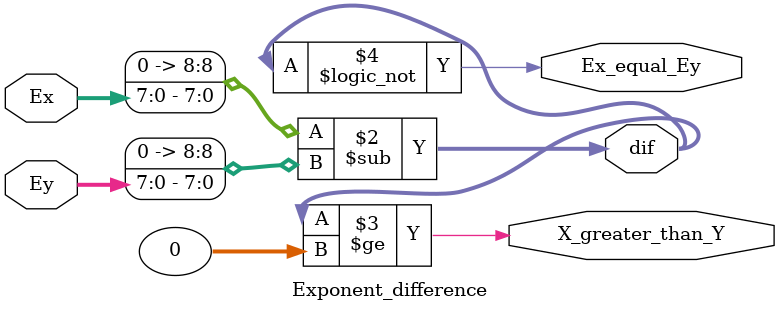
<source format=sv>
`timescale 1ns / 1ps

module Exponent_difference #(
    parameter int E = 8            // Size of Mantissa
)(
    input logic [E-1:0] Ex,
    input logic [E-1:0] Ey,
    output logic signed [E:0] dif,
    output logic X_greater_than_Y,
    output logic Ex_equal_Ey
    );

always_comb begin
    dif = {1'b0, Ex} - {1'b0, Ey};
    
    X_greater_than_Y = (dif >= 0);
    Ex_equal_Ey = (dif == 0);
end
endmodule
</source>
